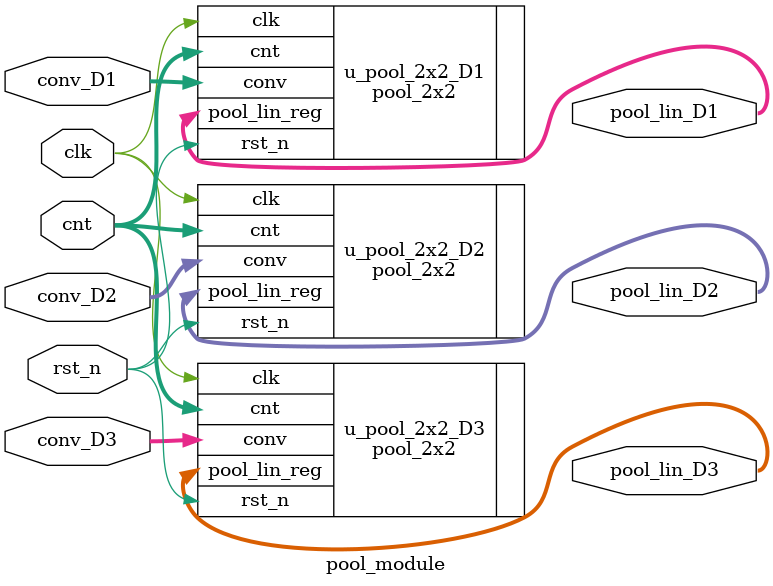
<source format=v>
`timescale 1ns/1ps
module pool_module (
    input clk,
    input rst_n,
    // input [$clog2(67)-1:0] cnt,
    input [$clog2(68)-1:0] cnt,
    input [7:0] conv_D1,
    input [7:0] conv_D2,
    input [7:0] conv_D3,

    output [3*8-1:0] pool_lin_D1,
    output [3*8-1:0] pool_lin_D2,
    output [3*8-1:0] pool_lin_D3
);

    // calculate unit
    pool_2x2 u_pool_2x2_D1(
        .clk(clk),
        .rst_n(rst_n),
        .cnt(cnt),
        .conv(conv_D1),
        .pool_lin_reg(pool_lin_D1)
    );
    pool_2x2 u_pool_2x2_D2(
        .clk(clk),
        .rst_n(rst_n),
        .cnt(cnt),
        .conv(conv_D2),
        .pool_lin_reg(pool_lin_D2)
    );
    pool_2x2 u_pool_2x2_D3(
        .clk(clk),
        .rst_n(rst_n),
        .cnt(cnt),
        .conv(conv_D3),
        .pool_lin_reg(pool_lin_D3)
    );

endmodule

</source>
